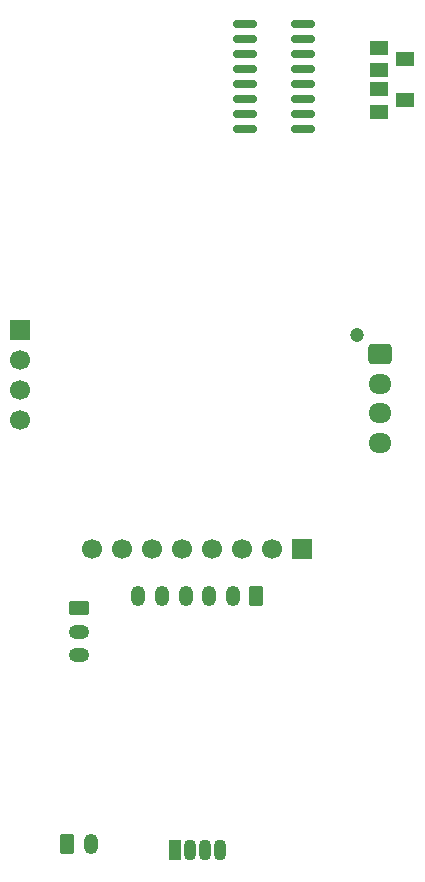
<source format=gbr>
%TF.GenerationSoftware,KiCad,Pcbnew,9.0.2*%
%TF.CreationDate,2025-12-20T20:47:09+01:00*%
%TF.ProjectId,Home sensor ESP32,486f6d65-2073-4656-9e73-6f7220455350,rev?*%
%TF.SameCoordinates,Original*%
%TF.FileFunction,Soldermask,Bot*%
%TF.FilePolarity,Negative*%
%FSLAX46Y46*%
G04 Gerber Fmt 4.6, Leading zero omitted, Abs format (unit mm)*
G04 Created by KiCad (PCBNEW 9.0.2) date 2025-12-20 20:47:09*
%MOMM*%
%LPD*%
G01*
G04 APERTURE LIST*
G04 Aperture macros list*
%AMRoundRect*
0 Rectangle with rounded corners*
0 $1 Rounding radius*
0 $2 $3 $4 $5 $6 $7 $8 $9 X,Y pos of 4 corners*
0 Add a 4 corners polygon primitive as box body*
4,1,4,$2,$3,$4,$5,$6,$7,$8,$9,$2,$3,0*
0 Add four circle primitives for the rounded corners*
1,1,$1+$1,$2,$3*
1,1,$1+$1,$4,$5*
1,1,$1+$1,$6,$7*
1,1,$1+$1,$8,$9*
0 Add four rect primitives between the rounded corners*
20,1,$1+$1,$2,$3,$4,$5,0*
20,1,$1+$1,$4,$5,$6,$7,0*
20,1,$1+$1,$6,$7,$8,$9,0*
20,1,$1+$1,$8,$9,$2,$3,0*%
G04 Aperture macros list end*
%ADD10R,1.700000X1.700000*%
%ADD11C,1.700000*%
%ADD12RoundRect,0.250000X-0.625000X0.350000X-0.625000X-0.350000X0.625000X-0.350000X0.625000X0.350000X0*%
%ADD13O,1.750000X1.200000*%
%ADD14R,1.070000X1.800000*%
%ADD15O,1.070000X1.800000*%
%ADD16C,1.200000*%
%ADD17RoundRect,0.250000X-0.725000X0.600000X-0.725000X-0.600000X0.725000X-0.600000X0.725000X0.600000X0*%
%ADD18O,1.950000X1.700000*%
%ADD19RoundRect,0.250000X-0.350000X-0.625000X0.350000X-0.625000X0.350000X0.625000X-0.350000X0.625000X0*%
%ADD20O,1.200000X1.750000*%
%ADD21RoundRect,0.102000X0.700000X-0.500000X0.700000X0.500000X-0.700000X0.500000X-0.700000X-0.500000X0*%
%ADD22RoundRect,0.150000X-0.825000X-0.150000X0.825000X-0.150000X0.825000X0.150000X-0.825000X0.150000X0*%
%ADD23RoundRect,0.250000X0.350000X0.625000X-0.350000X0.625000X-0.350000X-0.625000X0.350000X-0.625000X0*%
G04 APERTURE END LIST*
D10*
%TO.C,J3*%
X73000000Y-69420000D03*
D11*
X73000000Y-71960000D03*
X73000000Y-74500000D03*
X73000000Y-77040000D03*
%TD*%
D10*
%TO.C,J5*%
X96890000Y-88000000D03*
D11*
X94350000Y-88000000D03*
X91810000Y-88000000D03*
X89270000Y-88000000D03*
X86730000Y-88000000D03*
X84190000Y-88000000D03*
X81650000Y-88000000D03*
X79110000Y-88000000D03*
%TD*%
D12*
%TO.C,SW1*%
X77950000Y-93000000D03*
D13*
X77950000Y-95000000D03*
X77950000Y-97000000D03*
%TD*%
D14*
%TO.C,D3*%
X86095000Y-113500000D03*
D15*
X87365000Y-113500000D03*
X88635000Y-113500000D03*
X89905000Y-113500000D03*
%TD*%
D16*
%TO.C,J6*%
X101500000Y-69900000D03*
D17*
X103500000Y-71500000D03*
D18*
X103500000Y-74000000D03*
X103500000Y-76500000D03*
X103500000Y-79000000D03*
%TD*%
D19*
%TO.C,J2*%
X77000000Y-112950000D03*
D20*
X79000000Y-112950000D03*
%TD*%
D21*
%TO.C,Q1*%
X103400000Y-47450000D03*
X103400000Y-45550000D03*
X105600000Y-46500000D03*
%TD*%
D22*
%TO.C,U4*%
X92025000Y-52445000D03*
X92025000Y-51175000D03*
X92025000Y-49905000D03*
X92025000Y-48635000D03*
X92025000Y-47365000D03*
X92025000Y-46095000D03*
X92025000Y-44825000D03*
X92025000Y-43555000D03*
X96975000Y-43555000D03*
X96975000Y-44825000D03*
X96975000Y-46095000D03*
X96975000Y-47365000D03*
X96975000Y-48635000D03*
X96975000Y-49905000D03*
X96975000Y-51175000D03*
X96975000Y-52445000D03*
%TD*%
D21*
%TO.C,Q2*%
X103400000Y-50950000D03*
X103400000Y-49050000D03*
X105600000Y-50000000D03*
%TD*%
D23*
%TO.C,J4*%
X93000000Y-92000000D03*
D20*
X91000000Y-92000000D03*
X89000000Y-92000000D03*
X87000000Y-92000000D03*
X85000000Y-92000000D03*
X83000000Y-92000000D03*
%TD*%
M02*

</source>
